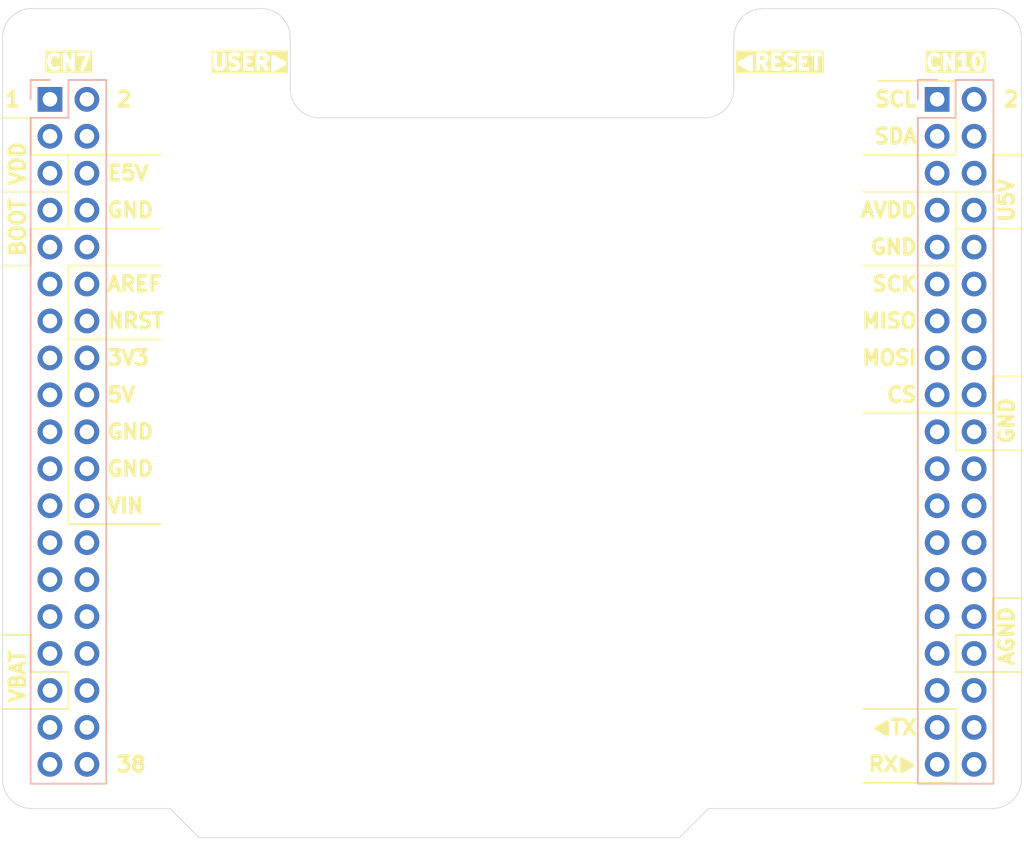
<source format=kicad_pcb>
(kicad_pcb (version 20241229) (generator "pcbnew") (generator_version "9.0")
  (layers (0 "F.Cu" signal) (2 "B.Cu" signal) (13 "F.Paste" user) (15 "B.Paste" user) (5 "F.SilkS" user "F.Silkscreen") (7 "B.SilkS" user "B.Silkscreen") (1 "F.Mask" user) (3 "B.Mask" user) (25 "Edge.Cuts" user))
  (net 0 "")
  (net 3 "+3V3")
  (net 6 "VIN")
  (net 8 "VBAT")
  (net 11 "+5V")
  (net 22 "AGND")
  (net 29 "AVDD")
  (net 36 "U5V")
  (net 39 "E5V")
  (net 47 "GNDD")
  (net 57 "BOOT0")
  (net 58 "VDD")
  (net 60 "RESET")
  (net 65 "IOREF")
  (footprint "MountingHole:MountingHole_3.2mm_M3_ISO14580" (layer "F.Cu") (at 161.318236 109.218344)
    (property "Reference" "H1" (hide yes))
    (property "Value" "MountingHole" (hide yes))
    (pad "" np_thru_hole circle (at -0.028236 0.001656) (size 3.2 3.2) (drill 3.2) (layers "*.Cu" "*.Mask"))
  )
  (footprint "MountingHole:MountingHole_3.2mm_M3_ISO14580" (layer "F.Cu") (at 133.35 109.22)
    (property "Reference" "H4" (hide yes))
    (property "Value" "MountingHole" (hide yes))
    (pad "" np_thru_hole circle (at 0 0) (size 3.2 3.2) (drill 3.2) (layers "*.Cu" "*.Mask"))
  )
  (footprint "MountingHole:MountingHole_3.2mm_M3_ISO14580" (layer "F.Cu") (at 128.299221 57.157512)
    (property "Reference" "H3" (hide yes))
    (property "Value" "MountingHole" (hide yes))
    (pad "" np_thru_hole circle (at -0.029221 -0.007512) (size 3.2 3.2) (drill 3.2) (layers "*.Cu" "*.Mask"))
  )
  (footprint "MountingHole:MountingHole_3.2mm_M3_ISO14580" (layer "F.Cu") (at 176.563056 58.428713)
    (property "Reference" "H2" (hide yes))
    (property "Value" "MountingHole" (hide yes))
    (pad "" np_thru_hole circle (at -0.033056 -0.008713) (size 3.2 3.2) (drill 3.2) (layers "*.Cu" "*.Mask"))
  )
  (footprint "Connector_PinSocket_2.54mm:PinSocket_2x19_P2.54mm_Vertical" (layer "B.Cu") (at 181.61 60.96 180)
    (property "Reference" "J2" (hide yes))
    (property "Value" "CN10" (at -1.27 2.54 0) (layer "F.SilkS" knockout) (effects (font (size 1.016 1.016) (thickness 0.254) (bold yes))))
    (fp_line (start 1.33 1.33) (end 1.33 0) (stroke (width 0.12)) (layer "B.SilkS"))
    (fp_line (start 1.33 -1.27) (end 1.33 -47.05) (stroke (width 0.12)) (layer "B.SilkS"))
    (fp_line (start 0 1.33) (end 1.33 1.33) (stroke (width 0.12)) (layer "B.SilkS"))
    (fp_line (start -1.27 1.33) (end -1.27 -1.27) (stroke (width 0.12)) (layer "B.SilkS"))
    (fp_line (start -1.27 -1.27) (end 1.33 -1.27) (stroke (width 0.12)) (layer "B.SilkS"))
    (fp_line (start -3.87 1.33) (end -1.27 1.33) (stroke (width 0.12)) (layer "B.SilkS"))
    (fp_line (start -3.87 1.33) (end -3.87 -47.05) (stroke (width 0.12)) (layer "B.SilkS"))
    (fp_line (start -3.87 -47.05) (end 1.33 -47.05) (stroke (width 0.12)) (layer "B.SilkS"))
    (pad "1" thru_hole rect (at 0 0 180) (size 1.7 1.7) (drill 1) (layers "*.Cu" "*.Mask"))
    (pad "2" thru_hole circle (at -2.54 0 180) (size 1.7 1.7) (drill 1) (layers "*.Cu" "*.Mask"))
    (pad "3" thru_hole circle (at 0 -2.54 180) (size 1.7 1.7) (drill 1) (layers "*.Cu" "*.Mask"))
    (pad "4" thru_hole circle (at -2.54 -2.54 180) (size 1.7 1.7) (drill 1) (layers "*.Cu" "*.Mask"))
    (pad "5" thru_hole circle (at 0 -5.08 180) (size 1.7 1.7) (drill 1) (layers "*.Cu" "*.Mask"))
    (pad "6" thru_hole circle (at -2.54 -5.08 180) (size 1.7 1.7) (drill 1) (layers "*.Cu" "*.Mask"))
    (pad "7" thru_hole circle (at 0 -7.62 180) (size 1.7 1.7) (drill 1) (layers "*.Cu" "*.Mask") (net 29 "AVDD"))
    (pad "8" thru_hole circle (at -2.54 -7.62 180) (size 1.7 1.7) (drill 1) (layers "*.Cu" "*.Mask") (net 36 "U5V"))
    (pad "9" thru_hole circle (at 0 -10.16 180) (size 1.7 1.7) (drill 1) (layers "*.Cu" "*.Mask") (net 47 "GNDD"))
    (pad "10" thru_hole circle (at -2.54 -10.16 180) (size 1.7 1.7) (drill 1) (layers "*.Cu" "*.Mask"))
    (pad "11" thru_hole circle (at 0 -12.7 180) (size 1.7 1.7) (drill 1) (layers "*.Cu" "*.Mask"))
    (pad "12" thru_hole circle (at -2.54 -12.7 180) (size 1.7 1.7) (drill 1) (layers "*.Cu" "*.Mask"))
    (pad "13" thru_hole circle (at 0 -15.24 180) (size 1.7 1.7) (drill 1) (layers "*.Cu" "*.Mask"))
    (pad "14" thru_hole circle (at -2.54 -15.24 180) (size 1.7 1.7) (drill 1) (layers "*.Cu" "*.Mask"))
    (pad "15" thru_hole circle (at 0 -17.78 180) (size 1.7 1.7) (drill 1) (layers "*.Cu" "*.Mask"))
    (pad "16" thru_hole circle (at -2.54 -17.78 180) (size 1.7 1.7) (drill 1) (layers "*.Cu" "*.Mask"))
    (pad "17" thru_hole circle (at 0 -20.32 180) (size 1.7 1.7) (drill 1) (layers "*.Cu" "*.Mask"))
    (pad "18" thru_hole circle (at -2.54 -20.32 180) (size 1.7 1.7) (drill 1) (layers "*.Cu" "*.Mask"))
    (pad "19" thru_hole circle (at 0 -22.86 180) (size 1.7 1.7) (drill 1) (layers "*.Cu" "*.Mask"))
    (pad "20" thru_hole circle (at -2.54 -22.86 180) (size 1.7 1.7) (drill 1) (layers "*.Cu" "*.Mask") (net 47 "GNDD"))
    (pad "21" thru_hole circle (at 0 -25.4 180) (size 1.7 1.7) (drill 1) (layers "*.Cu" "*.Mask"))
    (pad "22" thru_hole circle (at -2.54 -25.4 180) (size 1.7 1.7) (drill 1) (layers "*.Cu" "*.Mask"))
    (pad "23" thru_hole circle (at 0 -27.94 180) (size 1.7 1.7) (drill 1) (layers "*.Cu" "*.Mask"))
    (pad "24" thru_hole circle (at -2.54 -27.94 180) (size 1.7 1.7) (drill 1) (layers "*.Cu" "*.Mask"))
    (pad "25" thru_hole circle (at 0 -30.48 180) (size 1.7 1.7) (drill 1) (layers "*.Cu" "*.Mask"))
    (pad "26" thru_hole circle (at -2.54 -30.48 180) (size 1.7 1.7) (drill 1) (layers "*.Cu" "*.Mask"))
    (pad "27" thru_hole circle (at 0 -33.02 180) (size 1.7 1.7) (drill 1) (layers "*.Cu" "*.Mask"))
    (pad "28" thru_hole circle (at -2.54 -33.02 180) (size 1.7 1.7) (drill 1) (layers "*.Cu" "*.Mask"))
    (pad "29" thru_hole circle (at 0 -35.56 180) (size 1.7 1.7) (drill 1) (layers "*.Cu" "*.Mask"))
    (pad "30" thru_hole circle (at -2.54 -35.56 180) (size 1.7 1.7) (drill 1) (layers "*.Cu" "*.Mask"))
    (pad "31" thru_hole circle (at 0 -38.1 180) (size 1.7 1.7) (drill 1) (layers "*.Cu" "*.Mask"))
    (pad "32" thru_hole circle (at -2.54 -38.1 180) (size 1.7 1.7) (drill 1) (layers "*.Cu" "*.Mask") (net 22 "AGND"))
    (pad "33" thru_hole circle (at 0 -40.64 180) (size 1.7 1.7) (drill 1) (layers "*.Cu" "*.Mask"))
    (pad "34" thru_hole circle (at -2.54 -40.64 180) (size 1.7 1.7) (drill 1) (layers "*.Cu" "*.Mask"))
    (pad "35" thru_hole circle (at 0 -43.18 180) (size 1.7 1.7) (drill 1) (layers "*.Cu" "*.Mask"))
    (pad "36" thru_hole circle (at -2.54 -43.18 180) (size 1.7 1.7) (drill 1) (layers "*.Cu" "*.Mask"))
    (pad "37" thru_hole circle (at 0 -45.72 180) (size 1.7 1.7) (drill 1) (layers "*.Cu" "*.Mask"))
    (pad "38" thru_hole circle (at -2.54 -45.72 180) (size 1.7 1.7) (drill 1) (layers "*.Cu" "*.Mask"))
  )
  (footprint "Connector_PinSocket_2.54mm:PinSocket_2x19_P2.54mm_Vertical" (layer "B.Cu") (at 120.65 60.96 180)
    (property "Reference" "J1" (hide yes))
    (property "Value" "CN7" (at -1.27 2.54 0) (layer "F.SilkS" knockout) (effects (font (size 1.016 1.016) (thickness 0.254) (bold yes))))
    (fp_line (start 1.33 1.33) (end 1.33 0) (stroke (width 0.12)) (layer "B.SilkS"))
    (fp_line (start 1.33 -1.27) (end 1.33 -47.05) (stroke (width 0.12)) (layer "B.SilkS"))
    (fp_line (start 0 1.33) (end 1.33 1.33) (stroke (width 0.12)) (layer "B.SilkS"))
    (fp_line (start -1.27 1.33) (end -1.27 -1.27) (stroke (width 0.12)) (layer "B.SilkS"))
    (fp_line (start -1.27 -1.27) (end 1.33 -1.27) (stroke (width 0.12)) (layer "B.SilkS"))
    (fp_line (start -3.87 1.33) (end -1.27 1.33) (stroke (width 0.12)) (layer "B.SilkS"))
    (fp_line (start -3.87 1.33) (end -3.87 -47.05) (stroke (width 0.12)) (layer "B.SilkS"))
    (fp_line (start -3.87 -47.05) (end 1.33 -47.05) (stroke (width 0.12)) (layer "B.SilkS"))
    (pad "1" thru_hole rect (at 0 0 180) (size 1.7 1.7) (drill 1) (layers "*.Cu" "*.Mask"))
    (pad "2" thru_hole circle (at -2.54 0 180) (size 1.7 1.7) (drill 1) (layers "*.Cu" "*.Mask"))
    (pad "3" thru_hole circle (at 0 -2.54 180) (size 1.7 1.7) (drill 1) (layers "*.Cu" "*.Mask"))
    (pad "4" thru_hole circle (at -2.54 -2.54 180) (size 1.7 1.7) (drill 1) (layers "*.Cu" "*.Mask"))
    (pad "5" thru_hole circle (at 0 -5.08 180) (size 1.7 1.7) (drill 1) (layers "*.Cu" "*.Mask") (net 58 "VDD"))
    (pad "6" thru_hole circle (at -2.54 -5.08 180) (size 1.7 1.7) (drill 1) (layers "*.Cu" "*.Mask") (net 39 "E5V"))
    (pad "7" thru_hole circle (at 0 -7.62 180) (size 1.7 1.7) (drill 1) (layers "*.Cu" "*.Mask") (net 57 "BOOT0"))
    (pad "8" thru_hole circle (at -2.54 -7.62 180) (size 1.7 1.7) (drill 1) (layers "*.Cu" "*.Mask") (net 47 "GNDD"))
    (pad "9" thru_hole circle (at 0 -10.16 180) (size 1.7 1.7) (drill 1) (layers "*.Cu" "*.Mask"))
    (pad "10" thru_hole circle (at -2.54 -10.16 180) (size 1.7 1.7) (drill 1) (layers "*.Cu" "*.Mask"))
    (pad "11" thru_hole circle (at 0 -12.7 180) (size 1.7 1.7) (drill 1) (layers "*.Cu" "*.Mask"))
    (pad "12" thru_hole circle (at -2.54 -12.7 180) (size 1.7 1.7) (drill 1) (layers "*.Cu" "*.Mask") (net 65 "IOREF"))
    (pad "13" thru_hole circle (at 0 -15.24 180) (size 1.7 1.7) (drill 1) (layers "*.Cu" "*.Mask"))
    (pad "14" thru_hole circle (at -2.54 -15.24 180) (size 1.7 1.7) (drill 1) (layers "*.Cu" "*.Mask") (net 60 "RESET"))
    (pad "15" thru_hole circle (at 0 -17.78 180) (size 1.7 1.7) (drill 1) (layers "*.Cu" "*.Mask"))
    (pad "16" thru_hole circle (at -2.54 -17.78 180) (size 1.7 1.7) (drill 1) (layers "*.Cu" "*.Mask") (net 3 "+3V3"))
    (pad "17" thru_hole circle (at 0 -20.32 180) (size 1.7 1.7) (drill 1) (layers "*.Cu" "*.Mask"))
    (pad "18" thru_hole circle (at -2.54 -20.32 180) (size 1.7 1.7) (drill 1) (layers "*.Cu" "*.Mask") (net 11 "+5V"))
    (pad "19" thru_hole circle (at 0 -22.86 180) (size 1.7 1.7) (drill 1) (layers "*.Cu" "*.Mask") (net 47 "GNDD"))
    (pad "20" thru_hole circle (at -2.54 -22.86 180) (size 1.7 1.7) (drill 1) (layers "*.Cu" "*.Mask") (net 47 "GNDD"))
    (pad "21" thru_hole circle (at 0 -25.4 180) (size 1.7 1.7) (drill 1) (layers "*.Cu" "*.Mask"))
    (pad "22" thru_hole circle (at -2.54 -25.4 180) (size 1.7 1.7) (drill 1) (layers "*.Cu" "*.Mask") (net 47 "GNDD"))
    (pad "23" thru_hole circle (at 0 -27.94 180) (size 1.7 1.7) (drill 1) (layers "*.Cu" "*.Mask"))
    (pad "24" thru_hole circle (at -2.54 -27.94 180) (size 1.7 1.7) (drill 1) (layers "*.Cu" "*.Mask") (net 6 "VIN"))
    (pad "25" thru_hole circle (at 0 -30.48 180) (size 1.7 1.7) (drill 1) (layers "*.Cu" "*.Mask"))
    (pad "26" thru_hole circle (at -2.54 -30.48 180) (size 1.7 1.7) (drill 1) (layers "*.Cu" "*.Mask"))
    (pad "27" thru_hole circle (at 0 -33.02 180) (size 1.7 1.7) (drill 1) (layers "*.Cu" "*.Mask"))
    (pad "28" thru_hole circle (at -2.54 -33.02 180) (size 1.7 1.7) (drill 1) (layers "*.Cu" "*.Mask"))
    (pad "29" thru_hole circle (at 0 -35.56 180) (size 1.7 1.7) (drill 1) (layers "*.Cu" "*.Mask"))
    (pad "30" thru_hole circle (at -2.54 -35.56 180) (size 1.7 1.7) (drill 1) (layers "*.Cu" "*.Mask"))
    (pad "31" thru_hole circle (at 0 -38.1 180) (size 1.7 1.7) (drill 1) (layers "*.Cu" "*.Mask"))
    (pad "32" thru_hole circle (at -2.54 -38.1 180) (size 1.7 1.7) (drill 1) (layers "*.Cu" "*.Mask"))
    (pad "33" thru_hole circle (at 0 -40.64 180) (size 1.7 1.7) (drill 1) (layers "*.Cu" "*.Mask") (net 8 "VBAT"))
    (pad "34" thru_hole circle (at -2.54 -40.64 180) (size 1.7 1.7) (drill 1) (layers "*.Cu" "*.Mask"))
    (pad "35" thru_hole circle (at 0 -43.18 180) (size 1.7 1.7) (drill 1) (layers "*.Cu" "*.Mask"))
    (pad "36" thru_hole circle (at -2.54 -43.18 180) (size 1.7 1.7) (drill 1) (layers "*.Cu" "*.Mask"))
    (pad "37" thru_hole circle (at 0 -45.72 180) (size 1.7 1.7) (drill 1) (layers "*.Cu" "*.Mask"))
    (pad "38" thru_hole circle (at -2.54 -45.72 180) (size 1.7 1.7) (drill 1) (layers "*.Cu" "*.Mask"))
  )
  (gr_line (start 128.27 69.85) (end 121.92 69.85) (stroke (width 0.12)) (layer "F.SilkS"))
  (gr_line (start 182.88 107.95) (end 176.53 107.95) (stroke (width 0.12)) (layer "F.SilkS"))
  (gr_line (start 121.92 102.87) (end 121.92 100.33) (stroke (width 0.12)) (layer "F.SilkS"))
  (gr_line (start 182.88 102.87) (end 182.88 107.95) (stroke (width 0.12)) (layer "F.SilkS"))
  (gr_line (start 187.4 69.85) (end 182.88 69.85) (stroke (width 0.12)) (layer "F.SilkS"))
  (gr_line (start 182.88 100.33) (end 182.88 97.79) (stroke (width 0.12)) (layer "F.SilkS"))
  (gr_line (start 121.92 90.17) (end 121.92 77.47) (stroke (width 0.12)) (layer "F.SilkS"))
  (gr_line (start 182.88 97.79) (end 185.42 97.79) (stroke (width 0.12)) (layer "F.SilkS"))
  (gr_line (start 119.38 64.77) (end 119.38 62.23) (stroke (width 0.12)) (layer "F.SilkS"))
  (gr_line (start 121.92 69.85) (end 119.38 69.85) (stroke (width 0.12)) (layer "F.SilkS"))
  (gr_line (start 182.88 85.09) (end 182.88 82.55) (stroke (width 0.12)) (layer "F.SilkS"))
  (gr_line (start 185.42 82.55) (end 185.42 80.01) (stroke (width 0.12)) (layer "F.SilkS"))
  (gr_line (start 182.88 85.09) (end 187.4 85.09) (stroke (width 0.12)) (layer "F.SilkS"))
  (gr_line (start 128.27 90.17) (end 121.92 90.17) (stroke (width 0.12)) (layer "F.SilkS"))
  (gr_line (start 128.27 72.39) (end 121.92 72.39) (stroke (width 0.12)) (layer "F.SilkS"))
  (gr_line (start 182.88 72.39) (end 182.88 69.85) (stroke (width 0.12)) (layer "F.SilkS"))
  (gr_line (start 119.38 100.33) (end 119.38 97.79) (stroke (width 0.12)) (layer "F.SilkS"))
  (gr_line (start 128.27 64.77) (end 121.92 64.77) (stroke (width 0.12)) (layer "F.SilkS"))
  (gr_line (start 121.92 102.87) (end 117.4 102.87) (stroke (width 0.12)) (layer "F.SilkS"))
  (gr_line (start 185.42 64.77) (end 187.4 64.77) (stroke (width 0.12)) (layer "F.SilkS"))
  (gr_line (start 121.92 67.31) (end 121.92 69.85) (stroke (width 0.12)) (layer "F.SilkS"))
  (gr_line (start 176.53 72.39) (end 182.88 72.39) (stroke (width 0.12)) (layer "F.SilkS"))
  (gr_line (start 176.53 64.77) (end 182.88 64.77) (stroke (width 0.12)) (layer "F.SilkS"))
  (gr_line (start 119.38 62.23) (end 117.4 62.23) (stroke (width 0.12)) (layer "F.SilkS"))
  (gr_line (start 119.38 72.39) (end 117.4 72.39) (stroke (width 0.12)) (layer "F.SilkS"))
  (gr_line (start 185.42 80.01) (end 187.4 80.01) (stroke (width 0.12)) (layer "F.SilkS"))
  (gr_line (start 185.42 95.25) (end 187.4 95.25) (stroke (width 0.12)) (layer "F.SilkS"))
  (gr_line (start 185.42 97.79) (end 185.42 95.25) (stroke (width 0.12)) (layer "F.SilkS"))
  (gr_line (start 121.92 64.77) (end 119.38 64.77) (stroke (width 0.12)) (layer "F.SilkS"))
  (gr_line (start 182.88 82.55) (end 176.53 82.55) (stroke (width 0.12)) (layer "F.SilkS"))
  (gr_line (start 182.88 82.55) (end 185.42 82.55) (stroke (width 0.12)) (layer "F.SilkS"))
  (gr_line (start 182.88 69.85) (end 182.88 67.31) (stroke (width 0.12)) (layer "F.SilkS"))
  (gr_line (start 121.92 77.47) (end 128.27 77.47) (stroke (width 0.12)) (layer "F.SilkS"))
  (gr_line (start 187.4 100.33) (end 182.88 100.33) (stroke (width 0.12)) (layer "F.SilkS"))
  (gr_line (start 176.53 67.31) (end 182.88 67.31) (stroke (width 0.12)) (layer "F.SilkS"))
  (gr_line (start 176.53 102.87) (end 182.88 102.87) (stroke (width 0.12)) (layer "F.SilkS"))
  (gr_line (start 121.92 100.33) (end 119.38 100.33) (stroke (width 0.12)) (layer "F.SilkS"))
  (gr_line (start 121.92 67.31) (end 117.4 67.31) (stroke (width 0.12)) (layer "F.SilkS"))
  (gr_line (start 185.42 67.31) (end 185.42 64.77) (stroke (width 0.12)) (layer "F.SilkS"))
  (gr_line (start 121.92 67.31) (end 121.92 64.77) (stroke (width 0.12)) (layer "F.SilkS"))
  (gr_line (start 182.88 67.31) (end 185.42 67.31) (stroke (width 0.12)) (layer "F.SilkS"))
  (gr_line (start 182.88 59.69) (end 176.53 59.69) (stroke (width 0.12)) (layer "F.SilkS"))
  (gr_line (start 182.88 72.39) (end 182.88 82.55) (stroke (width 0.12)) (layer "F.SilkS"))
  (gr_line (start 121.92 72.39) (end 121.92 77.47) (stroke (width 0.12)) (layer "F.SilkS"))
  (gr_line (start 182.88 64.77) (end 182.88 59.69) (stroke (width 0.12)) (layer "F.SilkS"))
  (gr_line (start 119.38 69.85) (end 119.38 72.39) (stroke (width 0.12)) (layer "F.SilkS"))
  (gr_line (start 119.38 97.79) (end 117.4 97.79) (stroke (width 0.12)) (layer "F.SilkS"))
  (gr_arc (start 167.64 56.72) (mid 168.225786 55.305786) (end 169.64 54.72) (stroke (width 0.05)) (layer "Edge.Cuts"))
  (gr_arc (start 167.64 60.23) (mid 167.054214 61.644214) (end 165.64 62.23) (stroke (width 0.05)) (layer "Edge.Cuts"))
  (gr_arc (start 185.4 54.72) (mid 186.814214 55.305786) (end 187.4 56.72) (stroke (width 0.05)) (layer "Edge.Cuts"))
  (gr_line (start 163.9 111.72) (end 165.9 109.72) (stroke (width 0.05)) (layer "Edge.Cuts"))
  (gr_arc (start 187.4 107.72) (mid 186.814214 109.134214) (end 185.4 109.72) (stroke (width 0.05)) (layer "Edge.Cuts"))
  (gr_line (start 137.16 56.72) (end 137.16 60.23) (stroke (width 0.05)) (layer "Edge.Cuts"))
  (gr_line (start 185.4 109.72) (end 165.9 109.72) (stroke (width 0.05)) (layer "Edge.Cuts"))
  (gr_arc (start 139.16 62.23) (mid 137.745786 61.644214) (end 137.16 60.23) (stroke (width 0.05)) (layer "Edge.Cuts"))
  (gr_line (start 185.4 54.72) (end 169.64 54.72) (stroke (width 0.05)) (layer "Edge.Cuts"))
  (gr_line (start 117.4 56.72) (end 117.4 107.72) (stroke (width 0.05)) (layer "Edge.Cuts"))
  (gr_line (start 119.4 54.72) (end 135.16 54.72) (stroke (width 0.05)) (layer "Edge.Cuts"))
  (gr_line (start 139.16 62.23) (end 165.64 62.23) (stroke (width 0.05)) (layer "Edge.Cuts"))
  (gr_arc (start 119.4 109.72) (mid 117.985786 109.134214) (end 117.4 107.72) (stroke (width 0.05)) (layer "Edge.Cuts"))
  (gr_arc (start 135.16 54.72) (mid 136.574214 55.305786) (end 137.16 56.72) (stroke (width 0.05)) (layer "Edge.Cuts"))
  (gr_line (start 130.9 111.72) (end 163.9 111.72) (stroke (width 0.05)) (layer "Edge.Cuts"))
  (gr_arc (start 117.4 56.72) (mid 117.985786 55.305786) (end 119.4 54.72) (stroke (width 0.05)) (layer "Edge.Cuts"))
  (gr_line (start 128.9 109.72) (end 130.9 111.72) (stroke (width 0.05)) (layer "Edge.Cuts"))
  (gr_line (start 167.64 56.72) (end 167.64 60.23) (stroke (width 0.05)) (layer "Edge.Cuts"))
  (gr_line (start 119.4 109.72) (end 128.9 109.72) (stroke (width 0.05)) (layer "Edge.Cuts"))
  (gr_line (start 187.4 56.72) (end 187.4 107.72) (stroke (width 0.05)) (layer "Edge.Cuts"))
  (gr_text "38" (at 125.095 106.68 0) (layer "F.SilkS") (effects (font (size 1.016 1.016) (thickness 0.254) (bold yes)) (justify left)))
  (gr_text "1" (at 118.745 60.96 0) (layer "F.SilkS") (effects (font (size 1.016 1.016) (thickness 0.254) (bold yes)) (justify right)))
  (gr_text "CS" (at 180.34 81.28 0) (layer "F.SilkS") (effects (font (size 1.016 1.016) (thickness 0.254) (bold yes)) (justify right)))
  (gr_text "GND" (at 124.46 83.82 0) (layer "F.SilkS") (effects (font (size 1.016 1.016) (thickness 0.254) (bold yes)) (justify left)))
  (gr_text "MISO" (at 180.34 76.2 0) (layer "F.SilkS") (effects (font (size 1.016 1.016) (thickness 0.254) (bold yes)) (justify right)))
  (gr_text "NRST" (at 124.46 76.2 0) (layer "F.SilkS") (effects (font (size 1.016 1.016) (thickness 0.254) (bold yes)) (justify left)))
  (gr_text "GND" (at 124.46 68.58 0) (layer "F.SilkS") (effects (font (size 1.016 1.016) (thickness 0.254) (bold yes)) (justify left)))
  (gr_text "SCK" (at 180.34 73.66 0) (layer "F.SilkS") (effects (font (size 1.016 1.016) (thickness 0.254) (bold yes)) (justify right)))
  (gr_text "VIN" (at 124.46 88.9 0) (layer "F.SilkS") (effects (font (size 1.016 1.016) (thickness 0.254) (bold yes)) (justify left)))
  (gr_text "MOSI" (at 180.34 78.74 0) (layer "F.SilkS") (effects (font (size 1.016 1.016) (thickness 0.254) (bold yes)) (justify right)))
  (gr_text "GND" (at 186.3725 84.7725 90) (layer "F.SilkS") (effects (font (size 1.016 1.016) (thickness 0.254) (bold yes)) (justify left)))
  (gr_text "GND" (at 124.46 86.36 0) (layer "F.SilkS") (effects (font (size 1.016 1.016) (thickness 0.254) (bold yes)) (justify left)))
  (gr_text "GND" (at 180.34 71.12 0) (layer "F.SilkS") (effects (font (size 1.016 1.016) (thickness 0.254) (bold yes)) (justify right)))
  (gr_text "2" (at 186.055 60.96 0) (layer "F.SilkS") (effects (font (size 1.016 1.016) (thickness 0.254) (bold yes)) (justify left)))
  (gr_text "2" (at 125.095 60.96 0) (layer "F.SilkS") (effects (font (size 1.016 1.016) (thickness 0.254) (bold yes)) (justify left)))
  (gr_text "◀RESET" (at 167.64 58.42 0) (layer "F.SilkS" knockout) (effects (font (size 1.016 1.016) (thickness 0.254) (bold yes)) (justify left)))
  (gr_text "VBAT" (at 118.4275 102.5525 90) (layer "F.SilkS") (effects (font (size 1.016 1.016) (thickness 0.254) (bold yes)) (justify left)))
  (gr_text "E5V" (at 124.46 66.04 0) (layer "F.SilkS") (effects (font (size 1.016 1.016) (thickness 0.254) (bold yes)) (justify left)))
  (gr_text "AGND" (at 186.3725 100.0125 90) (layer "F.SilkS") (effects (font (size 1.016 1.016) (thickness 0.254) (bold yes)) (justify left)))
  (gr_text "SDA" (at 180.34 63.5 0) (layer "F.SilkS") (effects (font (size 1.016 1.016) (thickness 0.254) (bold yes)) (justify right)))
  (gr_text "3V3" (at 124.46 78.74 0) (layer "F.SilkS") (effects (font (size 1.016 1.016) (thickness 0.254) (bold yes)) (justify left)))
  (gr_text "AVDD" (at 180.34 68.58 0) (layer "F.SilkS") (effects (font (size 1.016 1.016) (thickness 0.254) (bold yes)) (justify right)))
  (gr_text "5V" (at 124.46 81.28 0) (layer "F.SilkS") (effects (font (size 1.016 1.016) (thickness 0.254) (bold yes)) (justify left)))
  (gr_text "AREF" (at 124.46 73.66 0) (layer "F.SilkS") (effects (font (size 1.016 1.016) (thickness 0.254) (bold yes)) (justify left)))
  (gr_text "VDD" (at 118.4275 66.9925 90) (layer "F.SilkS") (effects (font (size 1.016 1.016) (thickness 0.254) (bold yes)) (justify left)))
  (gr_text "U5V" (at 186.3725 69.5325 90) (layer "F.SilkS") (effects (font (size 1.016 1.016) (thickness 0.254) (bold yes)) (justify left)))
  (gr_text "SCL" (at 180.34 60.96 0) (layer "F.SilkS") (effects (font (size 1.016 1.016) (thickness 0.254) (bold yes)) (justify right)))
  (gr_text "RX▶" (at 180.34 106.68 0) (layer "F.SilkS") (effects (font (size 1.016 1.016) (thickness 0.254) (bold yes)) (justify right)))
  (gr_text "◀TX" (at 180.34 104.14 0) (layer "F.SilkS") (effects (font (size 1.016 1.016) (thickness 0.254) (bold yes)) (justify right)))
  (gr_text "BOOT" (at 118.4275 67.6275 90) (layer "F.SilkS") (effects (font (size 1.016 1.016) (thickness 0.254) (bold yes)) (justify right)))
  (gr_text "USER▶" (at 137.16 58.42 0) (layer "F.SilkS" knockout) (effects (font (size 1.016 1.016) (thickness 0.254) (bold yes)) (justify right)))
)
</source>
